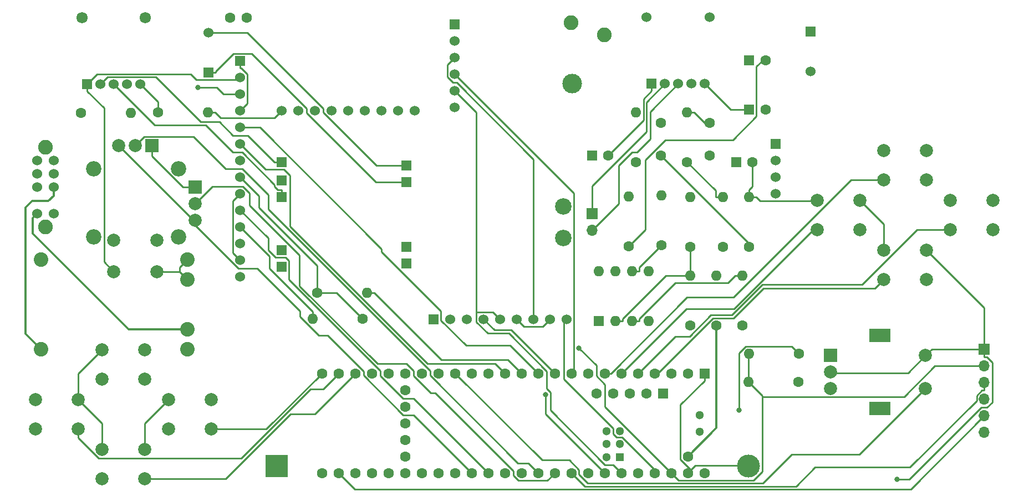
<source format=gbr>
G04 #@! TF.GenerationSoftware,KiCad,Pcbnew,5.1.9-73d0e3b20d~88~ubuntu20.04.1*
G04 #@! TF.CreationDate,2021-05-16T08:32:41-04:00*
G04 #@! TF.ProjectId,TeensyR4gePro-v2,5465656e-7379-4523-9467-6550726f2d76,1*
G04 #@! TF.SameCoordinates,Original*
G04 #@! TF.FileFunction,Copper,L2,Bot*
G04 #@! TF.FilePolarity,Positive*
%FSLAX46Y46*%
G04 Gerber Fmt 4.6, Leading zero omitted, Abs format (unit mm)*
G04 Created by KiCad (PCBNEW 5.1.9-73d0e3b20d~88~ubuntu20.04.1) date 2021-05-16 08:32:41*
%MOMM*%
%LPD*%
G01*
G04 APERTURE LIST*
G04 #@! TA.AperFunction,ComponentPad*
%ADD10C,2.224000*%
G04 #@! TD*
G04 #@! TA.AperFunction,ComponentPad*
%ADD11C,2.524000*%
G04 #@! TD*
G04 #@! TA.AperFunction,ComponentPad*
%ADD12R,1.524000X1.524000*%
G04 #@! TD*
G04 #@! TA.AperFunction,ComponentPad*
%ADD13C,1.524000*%
G04 #@! TD*
G04 #@! TA.AperFunction,ComponentPad*
%ADD14O,1.600000X1.600000*%
G04 #@! TD*
G04 #@! TA.AperFunction,ComponentPad*
%ADD15C,1.600000*%
G04 #@! TD*
G04 #@! TA.AperFunction,ComponentPad*
%ADD16C,2.250000*%
G04 #@! TD*
G04 #@! TA.AperFunction,ComponentPad*
%ADD17C,3.000000*%
G04 #@! TD*
G04 #@! TA.AperFunction,ComponentPad*
%ADD18R,2.000000X2.000000*%
G04 #@! TD*
G04 #@! TA.AperFunction,ComponentPad*
%ADD19C,2.000000*%
G04 #@! TD*
G04 #@! TA.AperFunction,ComponentPad*
%ADD20R,3.200000X2.000000*%
G04 #@! TD*
G04 #@! TA.AperFunction,ComponentPad*
%ADD21C,2.340000*%
G04 #@! TD*
G04 #@! TA.AperFunction,ComponentPad*
%ADD22R,1.600000X1.600000*%
G04 #@! TD*
G04 #@! TA.AperFunction,ComponentPad*
%ADD23O,1.700000X1.700000*%
G04 #@! TD*
G04 #@! TA.AperFunction,ComponentPad*
%ADD24R,1.700000X1.700000*%
G04 #@! TD*
G04 #@! TA.AperFunction,ComponentPad*
%ADD25R,3.500000X3.500000*%
G04 #@! TD*
G04 #@! TA.AperFunction,ComponentPad*
%ADD26C,3.500000*%
G04 #@! TD*
G04 #@! TA.AperFunction,ComponentPad*
%ADD27C,1.300000*%
G04 #@! TD*
G04 #@! TA.AperFunction,ComponentPad*
%ADD28R,1.300000X1.300000*%
G04 #@! TD*
G04 #@! TA.AperFunction,ComponentPad*
%ADD29C,1.724000*%
G04 #@! TD*
G04 #@! TA.AperFunction,ViaPad*
%ADD30C,0.800000*%
G04 #@! TD*
G04 #@! TA.AperFunction,Conductor*
%ADD31C,0.250000*%
G04 #@! TD*
G04 #@! TA.AperFunction,Conductor*
%ADD32C,0.350000*%
G04 #@! TD*
G04 APERTURE END LIST*
D10*
X89204800Y-78663800D03*
X89204800Y-75615800D03*
X89204800Y-67995800D03*
X89204800Y-64947800D03*
X66852800Y-64947800D03*
X66852800Y-78663800D03*
D11*
X146652000Y-61620400D03*
X146652000Y-56794400D03*
D12*
X126840000Y-74066400D03*
D13*
X129380000Y-74066400D03*
X131920000Y-74066400D03*
X134460000Y-74066400D03*
X147160000Y-74066400D03*
X144620000Y-74066400D03*
X142080000Y-74066400D03*
X139540000Y-74066400D03*
X137000000Y-74066400D03*
D14*
X157673000Y-42380000D03*
D15*
X157673000Y-50000000D03*
D16*
X152878000Y-30602000D03*
D17*
X147953000Y-38002000D03*
D16*
X147828000Y-28702000D03*
D15*
X98258000Y-27940000D03*
X95758000Y-27940000D03*
D18*
X187452000Y-79629000D03*
D19*
X187452000Y-82129000D03*
X187452000Y-84629000D03*
D20*
X194952000Y-76529000D03*
X194952000Y-87729000D03*
D19*
X201952000Y-79629000D03*
X201952000Y-84629000D03*
D14*
X174879000Y-83693000D03*
D15*
X182499000Y-83693000D03*
D14*
X175006000Y-79375000D03*
D15*
X182626000Y-79375000D03*
D19*
X81280000Y-47498000D03*
D18*
X83820000Y-47498000D03*
D19*
X78740000Y-47498000D03*
D18*
X90424000Y-53848000D03*
D19*
X90424000Y-56388000D03*
X90424000Y-58928000D03*
X77978000Y-61976000D03*
X84582000Y-61976000D03*
D21*
X74930000Y-51054000D03*
X87884000Y-51054000D03*
X87884000Y-61468000D03*
X74930000Y-61468000D03*
D19*
X77978000Y-66802000D03*
X84582000Y-66802000D03*
D13*
X169017000Y-27884100D03*
X159365000Y-27884100D03*
D12*
X160127000Y-38044100D03*
D13*
X162159000Y-38044100D03*
X168255000Y-38044100D03*
X166223000Y-38044100D03*
X164191000Y-38044100D03*
D14*
X152000000Y-66680100D03*
X159620000Y-74300100D03*
X154540000Y-66680100D03*
X157080000Y-74300100D03*
X157080000Y-66680100D03*
X154540000Y-74300100D03*
X159620000Y-66680100D03*
D22*
X152000000Y-74300100D03*
D14*
X156574000Y-55280600D03*
D15*
X156574000Y-62900600D03*
D14*
X166000000Y-67380000D03*
D15*
X166000000Y-75000000D03*
D14*
X161572000Y-55148500D03*
D15*
X161572000Y-62768500D03*
D14*
X166000000Y-55380000D03*
D15*
X166000000Y-63000000D03*
D14*
X171000000Y-55380000D03*
D15*
X171000000Y-63000000D03*
D14*
X170000000Y-67380000D03*
D15*
X170000000Y-75000000D03*
D14*
X175000000Y-55380000D03*
D15*
X175000000Y-63000000D03*
D14*
X174000000Y-67380000D03*
D15*
X174000000Y-75000000D03*
D14*
X165500000Y-42380000D03*
D15*
X165500000Y-50000000D03*
X177500000Y-34500000D03*
D22*
X175000000Y-34500000D03*
D15*
X177500000Y-42000000D03*
D22*
X175000000Y-42000000D03*
D15*
X175500000Y-50000000D03*
D22*
X173000000Y-50000000D03*
D15*
X153500000Y-49000000D03*
D22*
X151000000Y-49000000D03*
D15*
X169000000Y-49000000D03*
X169000000Y-44000000D03*
X161500000Y-44000000D03*
X161500000Y-49000000D03*
D14*
X108380000Y-74000000D03*
D15*
X116000000Y-74000000D03*
D23*
X151003000Y-60452000D03*
D24*
X151003000Y-57912000D03*
D25*
X102870000Y-96520000D03*
D26*
X174870000Y-96520000D03*
D27*
X167469000Y-91236800D03*
X167469000Y-88696800D03*
D15*
X122479000Y-95046800D03*
X122479000Y-92506800D03*
X122479000Y-89966800D03*
X122479000Y-87426800D03*
X122479000Y-84886800D03*
D27*
X155229000Y-91148400D03*
X153229000Y-91148400D03*
X153229000Y-93148400D03*
X155229000Y-93148400D03*
X153229000Y-95148400D03*
D28*
X155229000Y-95148400D03*
D15*
X127559000Y-82346800D03*
X125019000Y-82346800D03*
X122479000Y-82346800D03*
X119939000Y-82346800D03*
X130099000Y-82346800D03*
X132639000Y-82346800D03*
X135179000Y-82346800D03*
X117399000Y-82346800D03*
X114859000Y-82346800D03*
X112319000Y-82346800D03*
X109779000Y-82346800D03*
X109779000Y-97586800D03*
X112319000Y-97586800D03*
X114859000Y-97586800D03*
X117399000Y-97586800D03*
X119939000Y-97586800D03*
X122479000Y-97586800D03*
X125019000Y-97586800D03*
X127559000Y-97586800D03*
X130099000Y-97586800D03*
X132639000Y-97586800D03*
X137719000Y-82346800D03*
X140259000Y-82346800D03*
X142799000Y-82346800D03*
X145339000Y-82346800D03*
X147879000Y-82346800D03*
X150419000Y-82346800D03*
X152959000Y-82346800D03*
X155499000Y-82346800D03*
X158039000Y-82346800D03*
X160579000Y-82346800D03*
X163119000Y-82346800D03*
X165659000Y-82346800D03*
D22*
X168199000Y-82346800D03*
D15*
X135179000Y-97586800D03*
X137719000Y-97586800D03*
X140259000Y-97586800D03*
X142799000Y-97586800D03*
X145339000Y-97586800D03*
X147879000Y-97586800D03*
X150419000Y-97586800D03*
X152959000Y-97586800D03*
X155499000Y-97586800D03*
X158039000Y-97586800D03*
X160579000Y-97586800D03*
X163119000Y-97586800D03*
X165659000Y-97586800D03*
X168199000Y-97586800D03*
D22*
X161899800Y-85397600D03*
D15*
X159359800Y-85397600D03*
X156819800Y-85397600D03*
X154279800Y-85397600D03*
X151739800Y-85397600D03*
X165659000Y-95046800D03*
D23*
X210922000Y-91389200D03*
X210922000Y-88849200D03*
X210922000Y-86309200D03*
X210922000Y-83769200D03*
X210922000Y-81229200D03*
D24*
X210922000Y-78689200D03*
D13*
X66294000Y-57937400D03*
X66294000Y-53873400D03*
X66294000Y-51841400D03*
X68834000Y-57937400D03*
X68834000Y-53873400D03*
X68834000Y-51841400D03*
X66294000Y-49809400D03*
X68834000Y-49809400D03*
D16*
X67564000Y-59969400D03*
X67564000Y-47777400D03*
D14*
X92323900Y-42412900D03*
D15*
X84703900Y-42412900D03*
D14*
X80579000Y-42479000D03*
D15*
X72959000Y-42479000D03*
D12*
X179070000Y-47244000D03*
D13*
X179070000Y-49784000D03*
X179070000Y-52324000D03*
X179070000Y-54864000D03*
X97282000Y-67564000D03*
X97282000Y-65024000D03*
X97282000Y-62484000D03*
X97282000Y-59944000D03*
X97282000Y-57404000D03*
X97282000Y-54864000D03*
X97282000Y-52324000D03*
X97282000Y-49784000D03*
X97282000Y-47244000D03*
X97282000Y-44704000D03*
X97282000Y-42164000D03*
X97282000Y-39624000D03*
X97282000Y-37084000D03*
D12*
X97282000Y-34544000D03*
D29*
X82778600Y-27924800D03*
X73126600Y-27924800D03*
D12*
X73888600Y-38084800D03*
D13*
X75920600Y-38084800D03*
X82016600Y-38084800D03*
X79984600Y-38084800D03*
X77952600Y-38084800D03*
D12*
X103632000Y-55372000D03*
X103632000Y-52832000D03*
X103632000Y-63500000D03*
X103632000Y-66040000D03*
X103632000Y-50038000D03*
X122682000Y-62992000D03*
X122682000Y-65532000D03*
X122682000Y-53086000D03*
X122682000Y-50546000D03*
D13*
X103632000Y-42164000D03*
X106172000Y-42164000D03*
X108712000Y-42164000D03*
X111252000Y-42164000D03*
X113792000Y-42164000D03*
X116332000Y-42164000D03*
X118872000Y-42164000D03*
X121412000Y-42164000D03*
X123952000Y-42164000D03*
X130048000Y-41656000D03*
X130048000Y-39116000D03*
X130048000Y-36576000D03*
X130048000Y-34036000D03*
X130048000Y-31496000D03*
D12*
X130048000Y-28956000D03*
D14*
X116620000Y-70000000D03*
D15*
X109000000Y-70000000D03*
D12*
X184404000Y-30018000D03*
D13*
X184404000Y-36114000D03*
D12*
X92456000Y-36322000D03*
D13*
X92456000Y-30226000D03*
D19*
X82700000Y-78740000D03*
X82700000Y-83240000D03*
X76200000Y-78740000D03*
X76200000Y-83240000D03*
X82700000Y-93980000D03*
X82700000Y-98480000D03*
X76200000Y-93980000D03*
X76200000Y-98480000D03*
X72540000Y-86360000D03*
X72540000Y-90860000D03*
X66040000Y-86360000D03*
X66040000Y-90860000D03*
X92860000Y-86360000D03*
X92860000Y-90860000D03*
X86360000Y-86360000D03*
X86360000Y-90860000D03*
X202080000Y-63500000D03*
X202080000Y-68000000D03*
X195580000Y-63500000D03*
X195580000Y-68000000D03*
X212240000Y-55880000D03*
X212240000Y-60380000D03*
X205740000Y-55880000D03*
X205740000Y-60380000D03*
X191920000Y-55880000D03*
X191920000Y-60380000D03*
X185420000Y-55880000D03*
X185420000Y-60380000D03*
X202080000Y-48260000D03*
X202080000Y-52760000D03*
X195580000Y-48260000D03*
X195580000Y-52760000D03*
D30*
X197612000Y-98552000D03*
X149016200Y-78462600D03*
X90805000Y-38608000D03*
X143939400Y-85609400D03*
X173482000Y-88011000D03*
D31*
X160127000Y-39131400D02*
X158894100Y-40364300D01*
X158894100Y-40364300D02*
X158894100Y-43605900D01*
X158894100Y-43605900D02*
X153500000Y-49000000D01*
X97282000Y-37084000D02*
X96952500Y-37413500D01*
X96952500Y-37413500D02*
X90588100Y-37413500D01*
X90588100Y-37413500D02*
X89711400Y-36536800D01*
X89711400Y-36536800D02*
X75436600Y-36536800D01*
X75436600Y-36536800D02*
X73888600Y-38084800D01*
X175000000Y-55380000D02*
X176125300Y-55380000D01*
X185420000Y-55880000D02*
X185327600Y-55972400D01*
X185327600Y-55972400D02*
X176717700Y-55972400D01*
X176717700Y-55972400D02*
X176125300Y-55380000D01*
X171000000Y-55380000D02*
X169874700Y-55380000D01*
X169874700Y-55380000D02*
X169874700Y-54374700D01*
X169874700Y-54374700D02*
X165500000Y-50000000D01*
X88011000Y-66802000D02*
X89204800Y-67995800D01*
X84582000Y-66802000D02*
X88011000Y-66802000D01*
X89204800Y-64947800D02*
X88011000Y-66141600D01*
X88011000Y-66141600D02*
X88011000Y-66802000D01*
X202080000Y-63500000D02*
X210922000Y-72342000D01*
X210922000Y-72342000D02*
X210922000Y-78689200D01*
X191920000Y-55880000D02*
X195580000Y-59540000D01*
X195580000Y-59540000D02*
X195580000Y-63500000D01*
X175000000Y-54254700D02*
X175500000Y-53754700D01*
X175500000Y-53754700D02*
X175500000Y-50000000D01*
X166132800Y-97113000D02*
X165659000Y-97586800D01*
X174870000Y-96520000D02*
X174783000Y-96433000D01*
X174783000Y-96433000D02*
X166812800Y-96433000D01*
X166812800Y-96433000D02*
X166132800Y-97113000D01*
X166132800Y-97113000D02*
X164510100Y-95490400D01*
X164510100Y-95490400D02*
X164510100Y-87161000D01*
X164510100Y-87161000D02*
X168199000Y-83472100D01*
X168199000Y-82346800D02*
X168199000Y-83472100D01*
X82700000Y-93980000D02*
X82700000Y-90020000D01*
X82700000Y-90020000D02*
X86360000Y-86360000D01*
X73888600Y-39172100D02*
X76481800Y-41765300D01*
X76481800Y-41765300D02*
X76481800Y-65305800D01*
X76481800Y-65305800D02*
X77978000Y-66802000D01*
X160127000Y-38044100D02*
X160127000Y-39131400D01*
X210922000Y-78689200D02*
X210922000Y-79864500D01*
X210922000Y-79864500D02*
X211289300Y-79864500D01*
X211289300Y-79864500D02*
X212123300Y-80698500D01*
X212123300Y-80698500D02*
X212123300Y-86770400D01*
X212123300Y-86770400D02*
X211314500Y-87579200D01*
X211314500Y-87579200D02*
X210453000Y-87579200D01*
X210453000Y-87579200D02*
X199480200Y-98552000D01*
X199480200Y-98552000D02*
X197612000Y-98552000D01*
X175000000Y-55380000D02*
X175000000Y-54254700D01*
X73888600Y-38084800D02*
X73888600Y-39172100D01*
X76200000Y-93980000D02*
X76200000Y-90020000D01*
X76200000Y-90020000D02*
X72540000Y-86360000D01*
X72540000Y-86360000D02*
X72540000Y-82400000D01*
X72540000Y-82400000D02*
X76200000Y-78740000D01*
X202891800Y-78689200D02*
X201952000Y-79629000D01*
X210922000Y-78689200D02*
X202891800Y-78689200D01*
X201952000Y-79629000D02*
X199285000Y-82296000D01*
X187619000Y-82296000D02*
X187452000Y-82129000D01*
X199285000Y-82296000D02*
X187619000Y-82296000D01*
X90424000Y-53848000D02*
X88530200Y-53848000D01*
X88530200Y-53848000D02*
X83820000Y-49137800D01*
X83820000Y-49137800D02*
X83820000Y-47498000D01*
X109000000Y-70000000D02*
X112000000Y-70000000D01*
X112000000Y-70000000D02*
X116000000Y-74000000D01*
X109000000Y-70000000D02*
X109000000Y-65829600D01*
X109000000Y-65829600D02*
X100123400Y-56953000D01*
X100123400Y-56953000D02*
X100123400Y-55165400D01*
X100123400Y-55165400D02*
X97282000Y-52324000D01*
X97282000Y-34544000D02*
X97282000Y-35631300D01*
X97282000Y-35631300D02*
X97417900Y-35631300D01*
X97417900Y-35631300D02*
X98371400Y-36584800D01*
X98371400Y-36584800D02*
X98371400Y-41074600D01*
X98371400Y-41074600D02*
X97282000Y-42164000D01*
X163119000Y-97586800D02*
X164246900Y-98714700D01*
X164246900Y-98714700D02*
X175653900Y-98714700D01*
X175653900Y-98714700D02*
X176976200Y-97392400D01*
X176976200Y-97392400D02*
X176976200Y-91662300D01*
X163119000Y-97586800D02*
X153009800Y-87477600D01*
X153009800Y-87477600D02*
X153009800Y-84079800D01*
X153009800Y-84079800D02*
X151689000Y-82759000D01*
X151689000Y-82759000D02*
X151689000Y-81135400D01*
X151689000Y-81135400D02*
X149016200Y-78462600D01*
X139540000Y-74066400D02*
X140634600Y-75161000D01*
X140634600Y-75161000D02*
X143525400Y-75161000D01*
X143525400Y-75161000D02*
X144620000Y-74066400D01*
X176976200Y-85790200D02*
X174879000Y-83693000D01*
X176976200Y-91662300D02*
X176976200Y-85790200D01*
X174879000Y-79502000D02*
X175006000Y-79375000D01*
X174879000Y-83693000D02*
X174879000Y-79502000D01*
X177140001Y-85954001D02*
X176976200Y-85790200D01*
X198665997Y-85954001D02*
X177140001Y-85954001D01*
X203390798Y-81229200D02*
X198665997Y-85954001D01*
X210922000Y-81229200D02*
X203390798Y-81229200D01*
X82700000Y-98480000D02*
X95078500Y-98480000D01*
X95078500Y-98480000D02*
X105006300Y-88552200D01*
X105006300Y-88552200D02*
X108653600Y-88552200D01*
X108653600Y-88552200D02*
X114859000Y-82346800D01*
X72540000Y-90860000D02*
X72540000Y-92208500D01*
X72540000Y-92208500D02*
X75658600Y-95327100D01*
X75658600Y-95327100D02*
X97435600Y-95327100D01*
X97435600Y-95327100D02*
X108044800Y-84717900D01*
X108044800Y-84717900D02*
X109947900Y-84717900D01*
X109947900Y-84717900D02*
X112319000Y-82346800D01*
X109779000Y-82346800D02*
X101265800Y-90860000D01*
X101265800Y-90860000D02*
X92860000Y-90860000D01*
X147879000Y-97586800D02*
X149907600Y-99615400D01*
X149907600Y-99615400D02*
X182188700Y-99615400D01*
X182188700Y-99615400D02*
X185079500Y-96724600D01*
X185079500Y-96724600D02*
X199560900Y-96724600D01*
X199560900Y-96724600D02*
X209746700Y-86538800D01*
X209746700Y-86538800D02*
X209746700Y-85752400D01*
X209746700Y-85752400D02*
X210554600Y-84944500D01*
X210554600Y-84944500D02*
X210922000Y-84944500D01*
X210922000Y-83769200D02*
X210922000Y-84944500D01*
X92456000Y-36322000D02*
X93543300Y-36322000D01*
X93543300Y-36322000D02*
X93543300Y-36186100D01*
X93543300Y-36186100D02*
X96272800Y-33456600D01*
X96272800Y-33456600D02*
X99065800Y-33456600D01*
X99065800Y-33456600D02*
X107442000Y-41832800D01*
X107442000Y-41832800D02*
X107442000Y-42483000D01*
X107442000Y-42483000D02*
X118045000Y-53086000D01*
X118045000Y-53086000D02*
X122682000Y-53086000D01*
X92456000Y-30226000D02*
X98365500Y-30226000D01*
X98365500Y-30226000D02*
X109982000Y-41842500D01*
X109982000Y-41842500D02*
X109982000Y-42459000D01*
X109982000Y-42459000D02*
X118069000Y-50546000D01*
X118069000Y-50546000D02*
X122682000Y-50546000D01*
X195580000Y-68000000D02*
X194226300Y-69353700D01*
X194226300Y-69353700D02*
X177176200Y-69353700D01*
X177176200Y-69353700D02*
X172655200Y-73874700D01*
X172655200Y-73874700D02*
X169522200Y-73874700D01*
X169522200Y-73874700D02*
X161050100Y-82346800D01*
X161050100Y-82346800D02*
X160579000Y-82346800D01*
X205740000Y-60380000D02*
X200646100Y-60380000D01*
X200646100Y-60380000D02*
X192281800Y-68744300D01*
X192281800Y-68744300D02*
X177055800Y-68744300D01*
X177055800Y-68744300D02*
X172375800Y-73424300D01*
X172375800Y-73424300D02*
X169176500Y-73424300D01*
X169176500Y-73424300D02*
X165920200Y-76680600D01*
X165920200Y-76680600D02*
X163705200Y-76680600D01*
X163705200Y-76680600D02*
X158039000Y-82346800D01*
X185420000Y-60380000D02*
X184783100Y-60380000D01*
X184783100Y-60380000D02*
X172721100Y-72442000D01*
X172721100Y-72442000D02*
X165403800Y-72442000D01*
X165403800Y-72442000D02*
X155499000Y-82346800D01*
X195580000Y-52760000D02*
X190528800Y-52760000D01*
X190528800Y-52760000D02*
X172574100Y-70714700D01*
X172574100Y-70714700D02*
X165539400Y-70714700D01*
X165539400Y-70714700D02*
X153907300Y-82346800D01*
X153907300Y-82346800D02*
X152959000Y-82346800D01*
X108380000Y-74000000D02*
X108380000Y-72874700D01*
X97282000Y-59944000D02*
X101761000Y-64423000D01*
X101761000Y-64423000D02*
X101761000Y-66255700D01*
X101761000Y-66255700D02*
X108380000Y-72874700D01*
X116620000Y-70000000D02*
X117745300Y-70000000D01*
X117745300Y-70000000D02*
X127992400Y-80247100D01*
X127992400Y-80247100D02*
X138159300Y-80247100D01*
X138159300Y-80247100D02*
X140259000Y-82346800D01*
X90805000Y-38608000D02*
X93726000Y-38608000D01*
X94742000Y-39624000D02*
X97282000Y-39624000D01*
X93726000Y-38608000D02*
X94742000Y-39624000D01*
X103632000Y-50038000D02*
X102544700Y-50038000D01*
X102544700Y-50038000D02*
X98480700Y-45974000D01*
X98480700Y-45974000D02*
X96194600Y-45974000D01*
X96194600Y-45974000D02*
X94087500Y-43866900D01*
X94087500Y-43866900D02*
X91282300Y-43866900D01*
X91282300Y-43866900D02*
X84402600Y-36987200D01*
X84402600Y-36987200D02*
X77018200Y-36987200D01*
X77018200Y-36987200D02*
X75920600Y-38084800D01*
X103632000Y-55372000D02*
X103632000Y-54284700D01*
X103632000Y-54284700D02*
X103041000Y-54284700D01*
X103041000Y-54284700D02*
X102544700Y-53788400D01*
X102544700Y-53788400D02*
X102544700Y-53490400D01*
X102544700Y-53490400D02*
X97568300Y-48514000D01*
X97568300Y-48514000D02*
X96194600Y-48514000D01*
X96194600Y-48514000D02*
X92008000Y-44327400D01*
X92008000Y-44327400D02*
X84195200Y-44327400D01*
X84195200Y-44327400D02*
X77952600Y-38084800D01*
D32*
X165659000Y-95046800D02*
X170000000Y-90705800D01*
X170000000Y-90705800D02*
X170000000Y-75000000D01*
D31*
X97282000Y-44704000D02*
X100290200Y-44704000D01*
X100290200Y-44704000D02*
X118879700Y-63293500D01*
X118879700Y-63293500D02*
X118879700Y-63732100D01*
X118879700Y-63732100D02*
X127950700Y-72803100D01*
X127950700Y-72803100D02*
X127950700Y-74225400D01*
X127950700Y-74225400D02*
X131808500Y-78083200D01*
X131808500Y-78083200D02*
X138535400Y-78083200D01*
X138535400Y-78083200D02*
X142799000Y-82346800D01*
X155499000Y-97586800D02*
X154255300Y-96343100D01*
X154255300Y-96343100D02*
X153005400Y-96343100D01*
X153005400Y-96343100D02*
X144664700Y-88002400D01*
X144664700Y-88002400D02*
X144664700Y-85280300D01*
X144664700Y-85280300D02*
X144069000Y-84684600D01*
X144069000Y-84684600D02*
X144069000Y-82015800D01*
X144069000Y-82015800D02*
X138291300Y-76238100D01*
X138291300Y-76238100D02*
X135091500Y-76238100D01*
X135091500Y-76238100D02*
X133371400Y-74518000D01*
X133371400Y-74518000D02*
X133371400Y-72977100D01*
X130048000Y-39116000D02*
X133371400Y-42439400D01*
X133371400Y-42439400D02*
X133371400Y-72977100D01*
X137000000Y-74066400D02*
X135910700Y-72977100D01*
X135910700Y-72977100D02*
X133371400Y-72977100D01*
X152959000Y-97586800D02*
X143939400Y-88567200D01*
X143939400Y-88567200D02*
X143939400Y-85609400D01*
X130048000Y-34036000D02*
X128932800Y-35151200D01*
X128932800Y-35151200D02*
X128932800Y-36999500D01*
X128932800Y-36999500D02*
X129779300Y-37846000D01*
X129779300Y-37846000D02*
X130342900Y-37846000D01*
X130342900Y-37846000D02*
X142080000Y-49583100D01*
X142080000Y-49583100D02*
X142080000Y-74066400D01*
X81280000Y-47498000D02*
X82622800Y-46155200D01*
X82622800Y-46155200D02*
X90153400Y-46155200D01*
X90153400Y-46155200D02*
X95052200Y-51054000D01*
X95052200Y-51054000D02*
X97587300Y-51054000D01*
X97587300Y-51054000D02*
X101559200Y-55025900D01*
X101559200Y-55025900D02*
X101559200Y-57201100D01*
X101559200Y-57201100D02*
X126289000Y-81930900D01*
X126289000Y-81930900D02*
X126289000Y-82674300D01*
X126289000Y-82674300D02*
X139679200Y-96064500D01*
X139679200Y-96064500D02*
X141276700Y-96064500D01*
X141276700Y-96064500D02*
X142799000Y-97586800D01*
X90424000Y-56388000D02*
X93063700Y-53748300D01*
X93063700Y-53748300D02*
X97724600Y-53748300D01*
X97724600Y-53748300D02*
X98732600Y-54756300D01*
X98732600Y-54756300D02*
X98732600Y-56616500D01*
X98732600Y-56616500D02*
X106362900Y-64246800D01*
X106362900Y-64246800D02*
X106362900Y-69000400D01*
X106362900Y-69000400D02*
X118252000Y-80889500D01*
X118252000Y-80889500D02*
X122663100Y-80889500D01*
X122663100Y-80889500D02*
X123749000Y-81975400D01*
X123749000Y-81975400D02*
X123749000Y-82717800D01*
X123749000Y-82717800D02*
X126395300Y-85364100D01*
X126395300Y-85364100D02*
X127093900Y-85364100D01*
X127093900Y-85364100D02*
X138989000Y-97259200D01*
X138989000Y-97259200D02*
X138989000Y-97985800D01*
X138989000Y-97985800D02*
X139742300Y-98739100D01*
X139742300Y-98739100D02*
X144186700Y-98739100D01*
X144186700Y-98739100D02*
X145339000Y-97586800D01*
X132639000Y-97586800D02*
X123749000Y-88696800D01*
X123749000Y-88696800D02*
X122155800Y-88696800D01*
X122155800Y-88696800D02*
X116129000Y-82670000D01*
X116129000Y-82670000D02*
X116129000Y-82021500D01*
X116129000Y-82021500D02*
X110606500Y-76499000D01*
X110606500Y-76499000D02*
X109246900Y-76499000D01*
X109246900Y-76499000D02*
X106386300Y-73638400D01*
X106386300Y-73638400D02*
X106386300Y-72816700D01*
X106386300Y-72816700D02*
X99863600Y-66294000D01*
X99863600Y-66294000D02*
X97006000Y-66294000D01*
X97006000Y-66294000D02*
X90424000Y-59712000D01*
X90424000Y-59712000D02*
X90424000Y-58928000D01*
X90424000Y-58928000D02*
X90170000Y-58928000D01*
X90170000Y-58928000D02*
X78740000Y-47498000D01*
X92323900Y-42412900D02*
X93449200Y-42412900D01*
X103632000Y-42164000D02*
X102535700Y-43260300D01*
X102535700Y-43260300D02*
X94296600Y-43260300D01*
X94296600Y-43260300D02*
X93449200Y-42412900D01*
X82016600Y-38084800D02*
X84703900Y-40772100D01*
X84703900Y-40772100D02*
X84703900Y-42412900D01*
X66294000Y-57937400D02*
X66071700Y-58159700D01*
D32*
X89204800Y-75615800D02*
X80222910Y-75615800D01*
X80222910Y-75615800D02*
X65607110Y-61000000D01*
X65607110Y-58624290D02*
X66294000Y-57937400D01*
X65607110Y-61000000D02*
X65607110Y-58624290D01*
D31*
X68834000Y-53873400D02*
X68759900Y-53873400D01*
D32*
X68834000Y-53873400D02*
X68834000Y-55166000D01*
X68834000Y-55166000D02*
X68000000Y-56000000D01*
X68000000Y-56000000D02*
X65500000Y-56000000D01*
X65500000Y-56000000D02*
X64500000Y-57000000D01*
X64500000Y-76311000D02*
X66852800Y-78663800D01*
X64500000Y-57000000D02*
X64500000Y-76311000D01*
D31*
X97282000Y-57404000D02*
X101551800Y-61673800D01*
X101551800Y-61673800D02*
X101551800Y-63494900D01*
X101551800Y-63494900D02*
X102644300Y-64587400D01*
X102644300Y-64587400D02*
X104200700Y-64587400D01*
X104200700Y-64587400D02*
X104719400Y-65106100D01*
X104719400Y-65106100D02*
X104719400Y-67993800D01*
X104719400Y-67993800D02*
X118669000Y-81943400D01*
X118669000Y-81943400D02*
X118669000Y-82703700D01*
X118669000Y-82703700D02*
X122122100Y-86156800D01*
X122122100Y-86156800D02*
X123749000Y-86156800D01*
X123749000Y-86156800D02*
X135179000Y-97586800D01*
X97282000Y-54864000D02*
X96192500Y-55953500D01*
X96192500Y-55953500D02*
X96192500Y-63934500D01*
X96192500Y-63934500D02*
X97282000Y-65024000D01*
X137719000Y-82346800D02*
X136200100Y-80827900D01*
X136200100Y-80827900D02*
X125843300Y-80827900D01*
X125843300Y-80827900D02*
X104906000Y-59890600D01*
X104906000Y-59890600D02*
X104906000Y-52104200D01*
X104906000Y-52104200D02*
X103927200Y-51125400D01*
X103927200Y-51125400D02*
X101163400Y-51125400D01*
X101163400Y-51125400D02*
X97282000Y-47244000D01*
X130048000Y-36576000D02*
X148265800Y-54793800D01*
X148265800Y-54793800D02*
X148265800Y-81960000D01*
X148265800Y-81960000D02*
X147879000Y-82346800D01*
X145339000Y-82346800D02*
X138687000Y-75694800D01*
X138687000Y-75694800D02*
X136088400Y-75694800D01*
X136088400Y-75694800D02*
X134460000Y-74066400D01*
X160579000Y-97586800D02*
X160579000Y-97071300D01*
X160579000Y-97071300D02*
X155631500Y-92123800D01*
X155631500Y-92123800D02*
X154764300Y-92123800D01*
X154764300Y-92123800D02*
X154229000Y-91588500D01*
X154229000Y-91588500D02*
X154229000Y-90730200D01*
X154229000Y-90730200D02*
X146746700Y-83247900D01*
X146746700Y-83247900D02*
X146746700Y-74479700D01*
X146746700Y-74479700D02*
X147160000Y-74066400D01*
X151905300Y-30708600D02*
X152016100Y-30708600D01*
X157080000Y-74300100D02*
X158205300Y-74300100D01*
X174000000Y-67380000D02*
X172874700Y-67380000D01*
X172874700Y-67380000D02*
X171749400Y-68505300D01*
X171749400Y-68505300D02*
X163718800Y-68505300D01*
X163718800Y-68505300D02*
X158205300Y-74018800D01*
X158205300Y-74018800D02*
X158205300Y-74300100D01*
X161500000Y-49000000D02*
X175000000Y-62500000D01*
X175000000Y-62500000D02*
X175000000Y-63000000D01*
X165500000Y-42380000D02*
X166625300Y-42380000D01*
X169000000Y-44000000D02*
X168245300Y-44000000D01*
X168245300Y-44000000D02*
X166625300Y-42380000D01*
X175000000Y-42000000D02*
X172210900Y-42000000D01*
X172210900Y-42000000D02*
X168255000Y-38044100D01*
X177500000Y-34000000D02*
X176125400Y-35374600D01*
X176125400Y-35374600D02*
X176125400Y-43004600D01*
X176125400Y-43004600D02*
X172498100Y-46631900D01*
X172498100Y-46631900D02*
X162234800Y-46631900D01*
X162234800Y-46631900D02*
X159139100Y-49727600D01*
X159139100Y-49727600D02*
X159139100Y-60335500D01*
X159139100Y-60335500D02*
X156574000Y-62900600D01*
X151000000Y-60960000D02*
X151000000Y-59784700D01*
X151000000Y-59784700D02*
X150632700Y-59784700D01*
X155067000Y-56388000D02*
X151003000Y-60452000D01*
X157099000Y-48514000D02*
X155067000Y-50546000D01*
X159925500Y-46449500D02*
X157861000Y-48514000D01*
X157861000Y-48514000D02*
X157099000Y-48514000D01*
X159925500Y-42309600D02*
X159925500Y-46449500D01*
X155067000Y-50546000D02*
X155067000Y-56388000D01*
X164191000Y-38044100D02*
X159925500Y-42309600D01*
X151000000Y-58420000D02*
X151000000Y-57244700D01*
X151003000Y-53721000D02*
X151003000Y-57912000D01*
X159344500Y-45379500D02*
X151003000Y-53721000D01*
X159344500Y-40858600D02*
X159344500Y-45379500D01*
X162159000Y-38044100D02*
X159344500Y-40858600D01*
X166000000Y-67380000D02*
X162304100Y-67380000D01*
X162304100Y-67380000D02*
X155665300Y-74018800D01*
X155665300Y-74018800D02*
X155665300Y-74300100D01*
X154540000Y-74300100D02*
X155665300Y-74300100D01*
X166000000Y-63000000D02*
X166000000Y-67380000D01*
X157080000Y-66680100D02*
X158205300Y-66680100D01*
X161572000Y-62768500D02*
X158205300Y-66135200D01*
X158205300Y-66135200D02*
X158205300Y-66680100D01*
X174465999Y-78249999D02*
X173482000Y-79233998D01*
X181500999Y-78249999D02*
X174465999Y-78249999D01*
X182626000Y-79375000D02*
X181500999Y-78249999D01*
X173482000Y-88011000D02*
X173482000Y-88011000D01*
X173482000Y-79233998D02*
X173482000Y-88011000D01*
X143366300Y-95614100D02*
X130099000Y-82346800D01*
X147512200Y-95614100D02*
X143366300Y-95614100D01*
X149011000Y-97112900D02*
X147512200Y-95614100D01*
X149011000Y-97815400D02*
X149011000Y-97112900D01*
X150360600Y-99165000D02*
X149011000Y-97815400D01*
X177084400Y-99165000D02*
X150360600Y-99165000D01*
X191819100Y-94761900D02*
X181487500Y-94761900D01*
X181487500Y-94761900D02*
X177084400Y-99165000D01*
X201952000Y-84629000D02*
X191819100Y-94761900D01*
X112319000Y-97586800D02*
X114801900Y-100069700D01*
X114801900Y-100069700D02*
X199701500Y-100069700D01*
X199701500Y-100069700D02*
X210922000Y-88849200D01*
M02*

</source>
